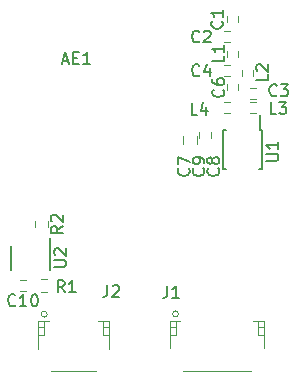
<source format=gbr>
G04 #@! TF.FileFunction,Legend,Top*
%FSLAX46Y46*%
G04 Gerber Fmt 4.6, Leading zero omitted, Abs format (unit mm)*
G04 Created by KiCad (PCBNEW 4.0.7-e2-6376~58~ubuntu16.04.1) date Sat Jul  7 10:01:01 2018*
%MOMM*%
%LPD*%
G01*
G04 APERTURE LIST*
%ADD10C,0.100000*%
%ADD11C,0.120000*%
%ADD12C,0.150000*%
G04 APERTURE END LIST*
D10*
D11*
X155880000Y-89390000D02*
X155880000Y-90090000D01*
X154680000Y-90090000D02*
X154680000Y-89390000D01*
X157050000Y-89070000D02*
X157050000Y-89570000D01*
X157990000Y-89570000D02*
X157990000Y-89070000D01*
X156110000Y-89070000D02*
X156110000Y-89570000D01*
X157050000Y-89570000D02*
X157050000Y-89070000D01*
X154330000Y-104452500D02*
G75*
G03X154330000Y-104452500I-250000J0D01*
G01*
X154680000Y-109277500D02*
X160480000Y-109277500D01*
X153580000Y-107377500D02*
X153580000Y-105027500D01*
X153580000Y-105027500D02*
X154480000Y-105027500D01*
X154080000Y-105027500D02*
X154080000Y-106227500D01*
X154080000Y-106227500D02*
X154080000Y-106227500D01*
X154080000Y-106227500D02*
X154080000Y-105027500D01*
X154080000Y-105027500D02*
X154080000Y-105027500D01*
X154080000Y-105527500D02*
X154080000Y-105527500D01*
X154080000Y-105527500D02*
X153580000Y-105527500D01*
X153580000Y-105527500D02*
X153580000Y-105527500D01*
X153580000Y-105527500D02*
X154080000Y-105527500D01*
X154080000Y-106227500D02*
X154080000Y-106227500D01*
X154080000Y-106227500D02*
X153580000Y-106227500D01*
X153580000Y-106227500D02*
X153580000Y-106227500D01*
X153580000Y-106227500D02*
X154080000Y-106227500D01*
X161580000Y-107377500D02*
X161580000Y-105027500D01*
X161580000Y-105027500D02*
X160680000Y-105027500D01*
X161080000Y-105027500D02*
X161080000Y-106227500D01*
X161080000Y-106227500D02*
X161080000Y-106227500D01*
X161080000Y-106227500D02*
X161080000Y-105027500D01*
X161080000Y-105027500D02*
X161080000Y-105027500D01*
X161080000Y-105527500D02*
X161080000Y-105527500D01*
X161080000Y-105527500D02*
X161580000Y-105527500D01*
X161580000Y-105527500D02*
X161580000Y-105527500D01*
X161580000Y-105527500D02*
X161080000Y-105527500D01*
X161080000Y-106227500D02*
X161080000Y-106227500D01*
X161080000Y-106227500D02*
X161580000Y-106227500D01*
X161580000Y-106227500D02*
X161580000Y-106227500D01*
X161580000Y-106227500D02*
X161080000Y-106227500D01*
X143230000Y-101540000D02*
X142730000Y-101540000D01*
X142730000Y-102600000D02*
X143230000Y-102600000D01*
X143260000Y-97095000D02*
X143260000Y-96595000D01*
X142200000Y-96595000D02*
X142200000Y-97095000D01*
D12*
X161445000Y-88845000D02*
X161220000Y-88845000D01*
X161445000Y-92195000D02*
X161145000Y-92195000D01*
X158095000Y-92195000D02*
X158395000Y-92195000D01*
X158095000Y-88845000D02*
X158395000Y-88845000D01*
X161445000Y-88845000D02*
X161445000Y-92195000D01*
X158095000Y-88845000D02*
X158095000Y-92195000D01*
X161220000Y-88845000D02*
X161220000Y-87620000D01*
X140130000Y-98695000D02*
X140130000Y-100745000D01*
X143430000Y-97990000D02*
X143430000Y-100745000D01*
D11*
X158430000Y-79260000D02*
X158430000Y-79760000D01*
X159370000Y-79760000D02*
X159370000Y-79260000D01*
X158190000Y-81470000D02*
X158690000Y-81470000D01*
X158690000Y-80530000D02*
X158190000Y-80530000D01*
X160870000Y-85300000D02*
X160370000Y-85300000D01*
X160370000Y-86240000D02*
X160870000Y-86240000D01*
X158190000Y-84310000D02*
X158690000Y-84310000D01*
X158690000Y-83370000D02*
X158190000Y-83370000D01*
X158430000Y-85010000D02*
X158430000Y-85510000D01*
X159370000Y-85510000D02*
X159370000Y-85010000D01*
X158430000Y-82170000D02*
X158430000Y-82670000D01*
X159370000Y-82670000D02*
X159370000Y-82170000D01*
X159690000Y-83820000D02*
X159690000Y-84320000D01*
X160630000Y-84320000D02*
X160630000Y-83820000D01*
X160870000Y-86500000D02*
X160370000Y-86500000D01*
X160370000Y-87440000D02*
X160870000Y-87440000D01*
X158690000Y-86500000D02*
X158190000Y-86500000D01*
X158190000Y-87440000D02*
X158690000Y-87440000D01*
X140905000Y-102540000D02*
X141405000Y-102540000D01*
X141405000Y-101600000D02*
X140905000Y-101600000D01*
X143210000Y-104482500D02*
G75*
G03X143210000Y-104482500I-250000J0D01*
G01*
X143560000Y-109307500D02*
X147360000Y-109307500D01*
X142460000Y-107407500D02*
X142460000Y-105057500D01*
X142460000Y-105057500D02*
X143360000Y-105057500D01*
X142960000Y-105057500D02*
X142960000Y-106257500D01*
X142960000Y-106257500D02*
X142960000Y-106257500D01*
X142960000Y-106257500D02*
X142960000Y-105057500D01*
X142960000Y-105057500D02*
X142960000Y-105057500D01*
X142960000Y-105557500D02*
X142960000Y-105557500D01*
X142960000Y-105557500D02*
X142460000Y-105557500D01*
X142460000Y-105557500D02*
X142460000Y-105557500D01*
X142460000Y-105557500D02*
X142960000Y-105557500D01*
X142960000Y-106257500D02*
X142960000Y-106257500D01*
X142960000Y-106257500D02*
X142460000Y-106257500D01*
X142460000Y-106257500D02*
X142460000Y-106257500D01*
X142460000Y-106257500D02*
X142960000Y-106257500D01*
X148460000Y-107407500D02*
X148460000Y-105057500D01*
X148460000Y-105057500D02*
X147560000Y-105057500D01*
X147960000Y-105057500D02*
X147960000Y-106257500D01*
X147960000Y-106257500D02*
X147960000Y-106257500D01*
X147960000Y-106257500D02*
X147960000Y-105057500D01*
X147960000Y-105057500D02*
X147960000Y-105057500D01*
X147960000Y-105557500D02*
X147960000Y-105557500D01*
X147960000Y-105557500D02*
X148460000Y-105557500D01*
X148460000Y-105557500D02*
X148460000Y-105557500D01*
X148460000Y-105557500D02*
X147960000Y-105557500D01*
X147960000Y-106257500D02*
X147960000Y-106257500D01*
X147960000Y-106257500D02*
X148460000Y-106257500D01*
X148460000Y-106257500D02*
X148460000Y-106257500D01*
X148460000Y-106257500D02*
X147960000Y-106257500D01*
D12*
X155187143Y-92136666D02*
X155234762Y-92184285D01*
X155282381Y-92327142D01*
X155282381Y-92422380D01*
X155234762Y-92565238D01*
X155139524Y-92660476D01*
X155044286Y-92708095D01*
X154853810Y-92755714D01*
X154710952Y-92755714D01*
X154520476Y-92708095D01*
X154425238Y-92660476D01*
X154330000Y-92565238D01*
X154282381Y-92422380D01*
X154282381Y-92327142D01*
X154330000Y-92184285D01*
X154377619Y-92136666D01*
X154282381Y-91803333D02*
X154282381Y-91136666D01*
X155282381Y-91565238D01*
X157687143Y-92136666D02*
X157734762Y-92184285D01*
X157782381Y-92327142D01*
X157782381Y-92422380D01*
X157734762Y-92565238D01*
X157639524Y-92660476D01*
X157544286Y-92708095D01*
X157353810Y-92755714D01*
X157210952Y-92755714D01*
X157020476Y-92708095D01*
X156925238Y-92660476D01*
X156830000Y-92565238D01*
X156782381Y-92422380D01*
X156782381Y-92327142D01*
X156830000Y-92184285D01*
X156877619Y-92136666D01*
X157210952Y-91565238D02*
X157163333Y-91660476D01*
X157115714Y-91708095D01*
X157020476Y-91755714D01*
X156972857Y-91755714D01*
X156877619Y-91708095D01*
X156830000Y-91660476D01*
X156782381Y-91565238D01*
X156782381Y-91374761D01*
X156830000Y-91279523D01*
X156877619Y-91231904D01*
X156972857Y-91184285D01*
X157020476Y-91184285D01*
X157115714Y-91231904D01*
X157163333Y-91279523D01*
X157210952Y-91374761D01*
X157210952Y-91565238D01*
X157258571Y-91660476D01*
X157306190Y-91708095D01*
X157401429Y-91755714D01*
X157591905Y-91755714D01*
X157687143Y-91708095D01*
X157734762Y-91660476D01*
X157782381Y-91565238D01*
X157782381Y-91374761D01*
X157734762Y-91279523D01*
X157687143Y-91231904D01*
X157591905Y-91184285D01*
X157401429Y-91184285D01*
X157306190Y-91231904D01*
X157258571Y-91279523D01*
X157210952Y-91374761D01*
X156437143Y-92136666D02*
X156484762Y-92184285D01*
X156532381Y-92327142D01*
X156532381Y-92422380D01*
X156484762Y-92565238D01*
X156389524Y-92660476D01*
X156294286Y-92708095D01*
X156103810Y-92755714D01*
X155960952Y-92755714D01*
X155770476Y-92708095D01*
X155675238Y-92660476D01*
X155580000Y-92565238D01*
X155532381Y-92422380D01*
X155532381Y-92327142D01*
X155580000Y-92184285D01*
X155627619Y-92136666D01*
X156532381Y-91660476D02*
X156532381Y-91470000D01*
X156484762Y-91374761D01*
X156437143Y-91327142D01*
X156294286Y-91231904D01*
X156103810Y-91184285D01*
X155722857Y-91184285D01*
X155627619Y-91231904D01*
X155580000Y-91279523D01*
X155532381Y-91374761D01*
X155532381Y-91565238D01*
X155580000Y-91660476D01*
X155627619Y-91708095D01*
X155722857Y-91755714D01*
X155960952Y-91755714D01*
X156056190Y-91708095D01*
X156103810Y-91660476D01*
X156151429Y-91565238D01*
X156151429Y-91374761D01*
X156103810Y-91279523D01*
X156056190Y-91231904D01*
X155960952Y-91184285D01*
X153386667Y-102072381D02*
X153386667Y-102786667D01*
X153339047Y-102929524D01*
X153243809Y-103024762D01*
X153100952Y-103072381D01*
X153005714Y-103072381D01*
X154386667Y-103072381D02*
X153815238Y-103072381D01*
X154100952Y-103072381D02*
X154100952Y-102072381D01*
X154005714Y-102215238D01*
X153910476Y-102310476D01*
X153815238Y-102358095D01*
X144683334Y-102612381D02*
X144350000Y-102136190D01*
X144111905Y-102612381D02*
X144111905Y-101612381D01*
X144492858Y-101612381D01*
X144588096Y-101660000D01*
X144635715Y-101707619D01*
X144683334Y-101802857D01*
X144683334Y-101945714D01*
X144635715Y-102040952D01*
X144588096Y-102088571D01*
X144492858Y-102136190D01*
X144111905Y-102136190D01*
X145635715Y-102612381D02*
X145064286Y-102612381D01*
X145350000Y-102612381D02*
X145350000Y-101612381D01*
X145254762Y-101755238D01*
X145159524Y-101850476D01*
X145064286Y-101898095D01*
X144532381Y-97011666D02*
X144056190Y-97345000D01*
X144532381Y-97583095D02*
X143532381Y-97583095D01*
X143532381Y-97202142D01*
X143580000Y-97106904D01*
X143627619Y-97059285D01*
X143722857Y-97011666D01*
X143865714Y-97011666D01*
X143960952Y-97059285D01*
X144008571Y-97106904D01*
X144056190Y-97202142D01*
X144056190Y-97583095D01*
X143627619Y-96630714D02*
X143580000Y-96583095D01*
X143532381Y-96487857D01*
X143532381Y-96249761D01*
X143580000Y-96154523D01*
X143627619Y-96106904D01*
X143722857Y-96059285D01*
X143818095Y-96059285D01*
X143960952Y-96106904D01*
X144532381Y-96678333D01*
X144532381Y-96059285D01*
X161782381Y-91481905D02*
X162591905Y-91481905D01*
X162687143Y-91434286D01*
X162734762Y-91386667D01*
X162782381Y-91291429D01*
X162782381Y-91100952D01*
X162734762Y-91005714D01*
X162687143Y-90958095D01*
X162591905Y-90910476D01*
X161782381Y-90910476D01*
X162782381Y-89910476D02*
X162782381Y-90481905D01*
X162782381Y-90196191D02*
X161782381Y-90196191D01*
X161925238Y-90291429D01*
X162020476Y-90386667D01*
X162068095Y-90481905D01*
X143807381Y-100481905D02*
X144616905Y-100481905D01*
X144712143Y-100434286D01*
X144759762Y-100386667D01*
X144807381Y-100291429D01*
X144807381Y-100100952D01*
X144759762Y-100005714D01*
X144712143Y-99958095D01*
X144616905Y-99910476D01*
X143807381Y-99910476D01*
X143902619Y-99481905D02*
X143855000Y-99434286D01*
X143807381Y-99339048D01*
X143807381Y-99100952D01*
X143855000Y-99005714D01*
X143902619Y-98958095D01*
X143997857Y-98910476D01*
X144093095Y-98910476D01*
X144235952Y-98958095D01*
X144807381Y-99529524D01*
X144807381Y-98910476D01*
X157987143Y-79676666D02*
X158034762Y-79724285D01*
X158082381Y-79867142D01*
X158082381Y-79962380D01*
X158034762Y-80105238D01*
X157939524Y-80200476D01*
X157844286Y-80248095D01*
X157653810Y-80295714D01*
X157510952Y-80295714D01*
X157320476Y-80248095D01*
X157225238Y-80200476D01*
X157130000Y-80105238D01*
X157082381Y-79962380D01*
X157082381Y-79867142D01*
X157130000Y-79724285D01*
X157177619Y-79676666D01*
X158082381Y-78724285D02*
X158082381Y-79295714D01*
X158082381Y-79010000D02*
X157082381Y-79010000D01*
X157225238Y-79105238D01*
X157320476Y-79200476D01*
X157368095Y-79295714D01*
X156103334Y-81377143D02*
X156055715Y-81424762D01*
X155912858Y-81472381D01*
X155817620Y-81472381D01*
X155674762Y-81424762D01*
X155579524Y-81329524D01*
X155531905Y-81234286D01*
X155484286Y-81043810D01*
X155484286Y-80900952D01*
X155531905Y-80710476D01*
X155579524Y-80615238D01*
X155674762Y-80520000D01*
X155817620Y-80472381D01*
X155912858Y-80472381D01*
X156055715Y-80520000D01*
X156103334Y-80567619D01*
X156484286Y-80567619D02*
X156531905Y-80520000D01*
X156627143Y-80472381D01*
X156865239Y-80472381D01*
X156960477Y-80520000D01*
X157008096Y-80567619D01*
X157055715Y-80662857D01*
X157055715Y-80758095D01*
X157008096Y-80900952D01*
X156436667Y-81472381D01*
X157055715Y-81472381D01*
X162653334Y-85927143D02*
X162605715Y-85974762D01*
X162462858Y-86022381D01*
X162367620Y-86022381D01*
X162224762Y-85974762D01*
X162129524Y-85879524D01*
X162081905Y-85784286D01*
X162034286Y-85593810D01*
X162034286Y-85450952D01*
X162081905Y-85260476D01*
X162129524Y-85165238D01*
X162224762Y-85070000D01*
X162367620Y-85022381D01*
X162462858Y-85022381D01*
X162605715Y-85070000D01*
X162653334Y-85117619D01*
X162986667Y-85022381D02*
X163605715Y-85022381D01*
X163272381Y-85403333D01*
X163415239Y-85403333D01*
X163510477Y-85450952D01*
X163558096Y-85498571D01*
X163605715Y-85593810D01*
X163605715Y-85831905D01*
X163558096Y-85927143D01*
X163510477Y-85974762D01*
X163415239Y-86022381D01*
X163129524Y-86022381D01*
X163034286Y-85974762D01*
X162986667Y-85927143D01*
X156103334Y-84237143D02*
X156055715Y-84284762D01*
X155912858Y-84332381D01*
X155817620Y-84332381D01*
X155674762Y-84284762D01*
X155579524Y-84189524D01*
X155531905Y-84094286D01*
X155484286Y-83903810D01*
X155484286Y-83760952D01*
X155531905Y-83570476D01*
X155579524Y-83475238D01*
X155674762Y-83380000D01*
X155817620Y-83332381D01*
X155912858Y-83332381D01*
X156055715Y-83380000D01*
X156103334Y-83427619D01*
X156960477Y-83665714D02*
X156960477Y-84332381D01*
X156722381Y-83284762D02*
X156484286Y-83999048D01*
X157103334Y-83999048D01*
X158107143Y-85456666D02*
X158154762Y-85504285D01*
X158202381Y-85647142D01*
X158202381Y-85742380D01*
X158154762Y-85885238D01*
X158059524Y-85980476D01*
X157964286Y-86028095D01*
X157773810Y-86075714D01*
X157630952Y-86075714D01*
X157440476Y-86028095D01*
X157345238Y-85980476D01*
X157250000Y-85885238D01*
X157202381Y-85742380D01*
X157202381Y-85647142D01*
X157250000Y-85504285D01*
X157297619Y-85456666D01*
X157202381Y-84599523D02*
X157202381Y-84790000D01*
X157250000Y-84885238D01*
X157297619Y-84932857D01*
X157440476Y-85028095D01*
X157630952Y-85075714D01*
X158011905Y-85075714D01*
X158107143Y-85028095D01*
X158154762Y-84980476D01*
X158202381Y-84885238D01*
X158202381Y-84694761D01*
X158154762Y-84599523D01*
X158107143Y-84551904D01*
X158011905Y-84504285D01*
X157773810Y-84504285D01*
X157678571Y-84551904D01*
X157630952Y-84599523D01*
X157583333Y-84694761D01*
X157583333Y-84885238D01*
X157630952Y-84980476D01*
X157678571Y-85028095D01*
X157773810Y-85075714D01*
X158162381Y-82586666D02*
X158162381Y-83062857D01*
X157162381Y-83062857D01*
X158162381Y-81729523D02*
X158162381Y-82300952D01*
X158162381Y-82015238D02*
X157162381Y-82015238D01*
X157305238Y-82110476D01*
X157400476Y-82205714D01*
X157448095Y-82300952D01*
X161912381Y-84176666D02*
X161912381Y-84652857D01*
X160912381Y-84652857D01*
X161007619Y-83890952D02*
X160960000Y-83843333D01*
X160912381Y-83748095D01*
X160912381Y-83509999D01*
X160960000Y-83414761D01*
X161007619Y-83367142D01*
X161102857Y-83319523D01*
X161198095Y-83319523D01*
X161340952Y-83367142D01*
X161912381Y-83938571D01*
X161912381Y-83319523D01*
X162613334Y-87522381D02*
X162137143Y-87522381D01*
X162137143Y-86522381D01*
X162851429Y-86522381D02*
X163470477Y-86522381D01*
X163137143Y-86903333D01*
X163280001Y-86903333D01*
X163375239Y-86950952D01*
X163422858Y-86998571D01*
X163470477Y-87093810D01*
X163470477Y-87331905D01*
X163422858Y-87427143D01*
X163375239Y-87474762D01*
X163280001Y-87522381D01*
X162994286Y-87522381D01*
X162899048Y-87474762D01*
X162851429Y-87427143D01*
X155913334Y-87592381D02*
X155437143Y-87592381D01*
X155437143Y-86592381D01*
X156675239Y-86925714D02*
X156675239Y-87592381D01*
X156437143Y-86544762D02*
X156199048Y-87259048D01*
X156818096Y-87259048D01*
X140512143Y-103697143D02*
X140464524Y-103744762D01*
X140321667Y-103792381D01*
X140226429Y-103792381D01*
X140083571Y-103744762D01*
X139988333Y-103649524D01*
X139940714Y-103554286D01*
X139893095Y-103363810D01*
X139893095Y-103220952D01*
X139940714Y-103030476D01*
X139988333Y-102935238D01*
X140083571Y-102840000D01*
X140226429Y-102792381D01*
X140321667Y-102792381D01*
X140464524Y-102840000D01*
X140512143Y-102887619D01*
X141464524Y-103792381D02*
X140893095Y-103792381D01*
X141178809Y-103792381D02*
X141178809Y-102792381D01*
X141083571Y-102935238D01*
X140988333Y-103030476D01*
X140893095Y-103078095D01*
X142083571Y-102792381D02*
X142178810Y-102792381D01*
X142274048Y-102840000D01*
X142321667Y-102887619D01*
X142369286Y-102982857D01*
X142416905Y-103173333D01*
X142416905Y-103411429D01*
X142369286Y-103601905D01*
X142321667Y-103697143D01*
X142274048Y-103744762D01*
X142178810Y-103792381D01*
X142083571Y-103792381D01*
X141988333Y-103744762D01*
X141940714Y-103697143D01*
X141893095Y-103601905D01*
X141845476Y-103411429D01*
X141845476Y-103173333D01*
X141893095Y-102982857D01*
X141940714Y-102887619D01*
X141988333Y-102840000D01*
X142083571Y-102792381D01*
X148321667Y-102022381D02*
X148321667Y-102736667D01*
X148274047Y-102879524D01*
X148178809Y-102974762D01*
X148035952Y-103022381D01*
X147940714Y-103022381D01*
X148750238Y-102117619D02*
X148797857Y-102070000D01*
X148893095Y-102022381D01*
X149131191Y-102022381D01*
X149226429Y-102070000D01*
X149274048Y-102117619D01*
X149321667Y-102212857D01*
X149321667Y-102308095D01*
X149274048Y-102450952D01*
X148702619Y-103022381D01*
X149321667Y-103022381D01*
X144528333Y-83001667D02*
X145004524Y-83001667D01*
X144433095Y-83287381D02*
X144766428Y-82287381D01*
X145099762Y-83287381D01*
X145433095Y-82763571D02*
X145766429Y-82763571D01*
X145909286Y-83287381D02*
X145433095Y-83287381D01*
X145433095Y-82287381D01*
X145909286Y-82287381D01*
X146861667Y-83287381D02*
X146290238Y-83287381D01*
X146575952Y-83287381D02*
X146575952Y-82287381D01*
X146480714Y-82430238D01*
X146385476Y-82525476D01*
X146290238Y-82573095D01*
M02*

</source>
